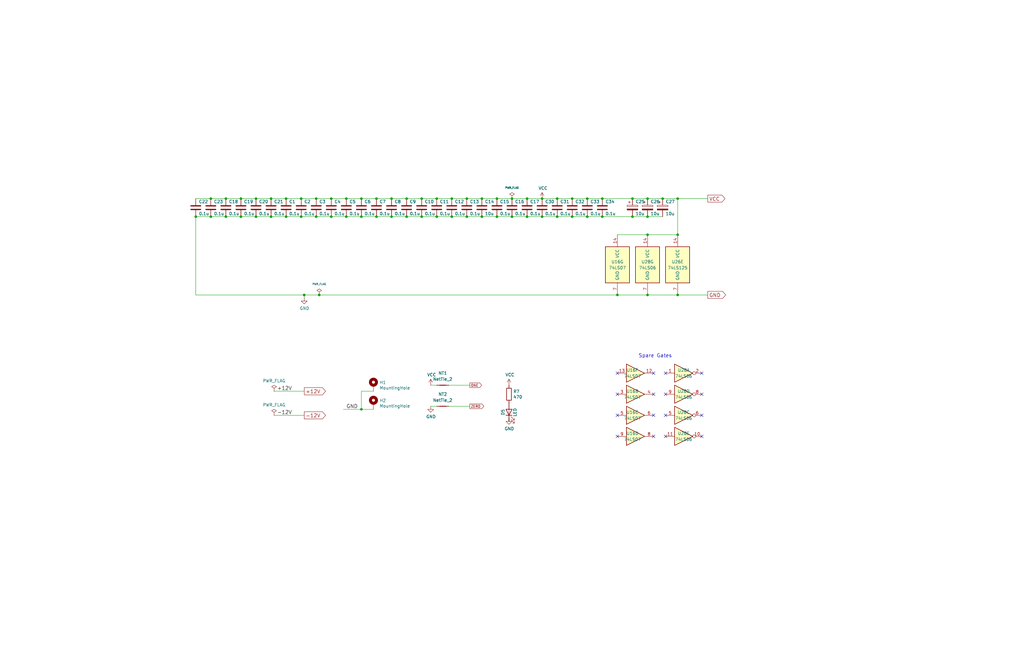
<source format=kicad_sch>
(kicad_sch (version 20211123) (generator eeschema)
  (paper "B")
  (lib_symbols
    (symbol "74xx:74LS06" (pin_names (offset 1.016))
      (property "Reference" "U" (at 0 1.27 0))
      (property "Value" "74LS06" (at 0 -1.27 0))
      (symbol "74LS06_1_0"
        (polyline (pts (xy -3.81 3.81) (xy -3.81 -3.81) (xy 3.81 0) (xy -3.81 3.81)) (stroke (width 0.254)) (fill (type background)))
        (pin input line (at -7.62 0 0) (length 3.81) (name "~") (number "1"))
        (pin open_collector inverted (at 7.62 0 180) (length 3.81) (name "~") (number "2"))
      )
      (symbol "74LS06_2_0"
        (polyline (pts (xy -3.81 3.81) (xy -3.81 -3.81) (xy 3.81 0) (xy -3.81 3.81)) (stroke (width 0.254)) (fill (type background)))
        (pin input line (at -7.62 0 0) (length 3.81) (name "~") (number "3"))
        (pin open_collector inverted (at 7.62 0 180) (length 3.81) (name "~") (number "4"))
      )
      (symbol "74LS06_3_0"
        (polyline (pts (xy -3.81 3.81) (xy -3.81 -3.81) (xy 3.81 0) (xy -3.81 3.81)) (stroke (width 0.254)) (fill (type background)))
        (pin input line (at -7.62 0 0) (length 3.81) (name "~") (number "5"))
        (pin open_collector inverted (at 7.62 0 180) (length 3.81) (name "~") (number "6"))
      )
      (symbol "74LS06_4_0"
        (polyline (pts (xy -3.81 3.81) (xy -3.81 -3.81) (xy 3.81 0) (xy -3.81 3.81)) (stroke (width 0.254)) (fill (type background)))
        (pin open_collector inverted (at 7.62 0 180) (length 3.81) (name "~") (number "8"))
        (pin input line (at -7.62 0 0) (length 3.81) (name "~") (number "9"))
      )
      (symbol "74LS06_5_0"
        (polyline (pts (xy -3.81 3.81) (xy -3.81 -3.81) (xy 3.81 0) (xy -3.81 3.81)) (stroke (width 0.254)) (fill (type background)))
        (pin open_collector inverted (at 7.62 0 180) (length 3.81) (name "~") (number "10"))
        (pin input line (at -7.62 0 0) (length 3.81) (name "~") (number "11"))
      )
      (symbol "74LS06_6_0"
        (polyline (pts (xy -3.81 3.81) (xy -3.81 -3.81) (xy 3.81 0) (xy -3.81 3.81)) (stroke (width 0.254)) (fill (type background)))
        (pin open_collector inverted (at 7.62 0 180) (length 3.81) (name "~") (number "12"))
        (pin input line (at -7.62 0 0) (length 3.81) (name "~") (number "13"))
      )
      (symbol "74LS06_7_0"
        (pin power_in line (at 0 12.7 270) (length 5.08) (name "VCC") (number "14"))
        (pin power_in line (at 0 -12.7 90) (length 5.08) (name "GND") (number "7"))
      )
      (symbol "74LS06_7_1"
        (rectangle (start -5.08 7.62) (end 5.08 -7.62) (stroke (width 0.254)) (fill (type background)))
      )
    )
    (symbol "74xx:74LS07" (pin_names (offset 1.016))
      (property "Reference" "U" (at 0 1.27 0))
      (property "Value" "74LS07" (at 0 -1.27 0))
      (symbol "74LS07_1_0"
        (polyline (pts (xy -3.81 3.81) (xy -3.81 -3.81) (xy 3.81 0) (xy -3.81 3.81)) (stroke (width 0.254)) (fill (type background)))
        (pin input line (at -7.62 0 0) (length 3.81) (name "~") (number "1"))
        (pin open_collector line (at 7.62 0 180) (length 3.81) (name "~") (number "2"))
      )
      (symbol "74LS07_2_0"
        (polyline (pts (xy -3.81 3.81) (xy -3.81 -3.81) (xy 3.81 0) (xy -3.81 3.81)) (stroke (width 0.254)) (fill (type background)))
        (pin input line (at -7.62 0 0) (length 3.81) (name "~") (number "3"))
        (pin open_collector line (at 7.62 0 180) (length 3.81) (name "~") (number "4"))
      )
      (symbol "74LS07_3_0"
        (polyline (pts (xy -3.81 3.81) (xy -3.81 -3.81) (xy 3.81 0) (xy -3.81 3.81)) (stroke (width 0.254)) (fill (type background)))
        (pin input line (at -7.62 0 0) (length 3.81) (name "~") (number "5"))
        (pin open_collector line (at 7.62 0 180) (length 3.81) (name "~") (number "6"))
      )
      (symbol "74LS07_4_0"
        (polyline (pts (xy -3.81 3.81) (xy -3.81 -3.81) (xy 3.81 0) (xy -3.81 3.81)) (stroke (width 0.254)) (fill (type background)))
        (pin open_collector line (at 7.62 0 180) (length 3.81) (name "~") (number "8"))
        (pin input line (at -7.62 0 0) (length 3.81) (name "~") (number "9"))
      )
      (symbol "74LS07_5_0"
        (polyline (pts (xy -3.81 3.81) (xy -3.81 -3.81) (xy 3.81 0) (xy -3.81 3.81)) (stroke (width 0.254)) (fill (type background)))
        (pin open_collector line (at 7.62 0 180) (length 3.81) (name "~") (number "10"))
        (pin input line (at -7.62 0 0) (length 3.81) (name "~") (number "11"))
      )
      (symbol "74LS07_6_0"
        (polyline (pts (xy -3.81 3.81) (xy -3.81 -3.81) (xy 3.81 0) (xy -3.81 3.81)) (stroke (width 0.254)) (fill (type background)))
        (pin open_collector line (at 7.62 0 180) (length 3.81) (name "~") (number "12"))
        (pin input line (at -7.62 0 0) (length 3.81) (name "~") (number "13"))
      )
      (symbol "74LS07_7_0"
        (pin power_in line (at 0 12.7 270) (length 5.08) (name "VCC") (number "14"))
        (pin power_in line (at 0 -12.7 90) (length 5.08) (name "GND") (number "7"))
      )
      (symbol "74LS07_7_1"
        (rectangle (start -5.08 7.62) (end 5.08 -7.62) (stroke (width 0.254)) (fill (type background)))
      )
    )
    (symbol "74xx:74LS125" (pin_names (offset 1.016))
      (property "Reference" "U" (at 0 1.27 0))
      (property "Value" "74LS125" (at 0 -1.27 0))
      (symbol "74LS125_1_0"
        (polyline (pts (xy -3.81 3.81) (xy -3.81 -3.81) (xy 3.81 0) (xy -3.81 3.81)) (stroke (width 0.254)) (fill (type background)))
        (pin input inverted (at 0 -6.35 90) (length 4.445) (name "~") (number "1"))
        (pin input line (at -7.62 0 0) (length 3.81) (name "~") (number "2"))
        (pin tri_state line (at 7.62 0 180) (length 3.81) (name "~") (number "3"))
      )
      (symbol "74LS125_2_0"
        (polyline (pts (xy -3.81 3.81) (xy -3.81 -3.81) (xy 3.81 0) (xy -3.81 3.81)) (stroke (width 0.254)) (fill (type background)))
        (pin input inverted (at 0 -6.35 90) (length 4.445) (name "~") (number "4"))
        (pin input line (at -7.62 0 0) (length 3.81) (name "~") (number "5"))
        (pin tri_state line (at 7.62 0 180) (length 3.81) (name "~") (number "6"))
      )
      (symbol "74LS125_3_0"
        (polyline (pts (xy -3.81 3.81) (xy -3.81 -3.81) (xy 3.81 0) (xy -3.81 3.81)) (stroke (width 0.254)) (fill (type background)))
        (pin input inverted (at 0 -6.35 90) (length 4.445) (name "~") (number "10"))
        (pin tri_state line (at 7.62 0 180) (length 3.81) (name "~") (number "8"))
        (pin input line (at -7.62 0 0) (length 3.81) (name "~") (number "9"))
      )
      (symbol "74LS125_4_0"
        (polyline (pts (xy -3.81 3.81) (xy -3.81 -3.81) (xy 3.81 0) (xy -3.81 3.81)) (stroke (width 0.254)) (fill (type background)))
        (pin tri_state line (at 7.62 0 180) (length 3.81) (name "~") (number "11"))
        (pin input line (at -7.62 0 0) (length 3.81) (name "~") (number "12"))
        (pin input inverted (at 0 -6.35 90) (length 4.445) (name "~") (number "13"))
      )
      (symbol "74LS125_5_0"
        (pin power_in line (at 0 12.7 270) (length 5.08) (name "VCC") (number "14"))
        (pin power_in line (at 0 -12.7 90) (length 5.08) (name "GND") (number "7"))
      )
      (symbol "74LS125_5_1"
        (rectangle (start -5.08 7.62) (end 5.08 -7.62) (stroke (width 0.254)) (fill (type background)))
      )
    )
    (symbol "Device:C" (pin_numbers hide) (pin_names (offset 0.254))
      (property "Reference" "C" (at 0.635 2.54 0))
      (property "Value" "C" (at 0.635 -2.54 0))
      (symbol "C_0_1"
        (polyline (pts (xy -2.032 -0.762) (xy 2.032 -0.762)) (stroke (width 0.508)))
        (polyline (pts (xy -2.032 0.762) (xy 2.032 0.762)) (stroke (width 0.508)))
      )
      (symbol "C_1_1"
        (pin passive line (at 0 3.81 270) (length 2.794) (name "~") (number "1"))
        (pin passive line (at 0 -3.81 90) (length 2.794) (name "~") (number "2"))
      )
    )
    (symbol "Device:C_Polarized" (pin_numbers hide) (pin_names (offset 0.254))
      (property "Reference" "C" (at 0.635 2.54 0))
      (property "Value" "C_Polarized" (at 0.635 -2.54 0))
      (symbol "C_Polarized_0_1"
        (rectangle (start -2.286 0.508) (end 2.286 1.016))
        (polyline (pts (xy -1.778 2.286) (xy -0.762 2.286)))
        (polyline (pts (xy -1.27 2.794) (xy -1.27 1.778)))
        (rectangle (start 2.286 -0.508) (end -2.286 -1.016) (fill (type outline)))
      )
      (symbol "C_Polarized_1_1"
        (pin passive line (at 0 3.81 270) (length 2.794) (name "~") (number "1"))
        (pin passive line (at 0 -3.81 90) (length 2.794) (name "~") (number "2"))
      )
    )
    (symbol "Device:LED" (pin_numbers hide) (pin_names (offset 1.016) hide)
      (property "Reference" "D" (at 0 2.54 0))
      (property "Value" "LED" (at 0 -2.54 0))
      (symbol "LED_0_1"
        (polyline (pts (xy -1.27 -1.27) (xy -1.27 1.27)) (stroke (width 0.254)))
        (polyline (pts (xy -1.27 0) (xy 1.27 0)))
        (polyline (pts (xy 1.27 -1.27) (xy 1.27 1.27) (xy -1.27 0) (xy 1.27 -1.27)) (stroke (width 0.254)))
        (polyline (pts (xy -3.048 -0.762) (xy -4.572 -2.286) (xy -3.81 -2.286) (xy -4.572 -2.286) (xy -4.572 -1.524)))
        (polyline (pts (xy -1.778 -0.762) (xy -3.302 -2.286) (xy -2.54 -2.286) (xy -3.302 -2.286) (xy -3.302 -1.524)))
      )
      (symbol "LED_1_1"
        (pin passive line (at -3.81 0 0) (length 2.54) (name "K") (number "1"))
        (pin passive line (at 3.81 0 180) (length 2.54) (name "A") (number "2"))
      )
    )
    (symbol "Device:NetTie_2" (pin_numbers hide) (pin_names (offset 0) hide) (in_bom no)
      (property "Reference" "NT" (at 0 1.27 0))
      (property "Value" "NetTie_2" (at 0 -1.27 0))
      (symbol "NetTie_2_0_1"
        (polyline (pts (xy -1.27 0) (xy 1.27 0)) (stroke (width 0.254)))
      )
      (symbol "NetTie_2_1_1"
        (pin passive line (at -2.54 0 0) (length 2.54) (name "1") (number "1"))
        (pin passive line (at 2.54 0 180) (length 2.54) (name "2") (number "2"))
      )
    )
    (symbol "Device:R" (pin_numbers hide) (pin_names (offset 0))
      (property "Reference" "R" (at 2.032 0 90))
      (property "Value" "R" (at 0 0 90))
      (symbol "R_0_1"
        (rectangle (start -1.016 -2.54) (end 1.016 2.54) (stroke (width 0.254)))
      )
      (symbol "R_1_1"
        (pin passive line (at 0 3.81 270) (length 1.27) (name "~") (number "1"))
        (pin passive line (at 0 -3.81 90) (length 1.27) (name "~") (number "2"))
      )
    )
    (symbol "Mechanical:MountingHole_Pad" (pin_numbers hide) (pin_names (offset 1.016) hide)
      (property "Reference" "H" (at 0 6.35 0))
      (property "Value" "MountingHole_Pad" (at 0 4.445 0))
      (symbol "MountingHole_Pad_0_1"
        (circle (center 0 1.27) (radius 1.27) (stroke (width 1.27)))
      )
      (symbol "MountingHole_Pad_1_1"
        (pin input line (at 0 -2.54 90) (length 2.54) (name "1") (number "1"))
      )
    )
    (symbol "power:GND" (power) (pin_names (offset 0))
      (property "Value" "GND" (at 0 -3.81 0))
      (symbol "GND_0_1"
        (polyline (pts (xy 0 0) (xy 0 -1.27) (xy 1.27 -1.27) (xy 0 -2.54) (xy -1.27 -1.27) (xy 0 -1.27)))
      )
      (symbol "GND_1_1"
        (pin power_in line (at 0 0 270) (length 0) hide (name "GND") (number "1"))
      )
    )
    (symbol "power:PWR_FLAG" (power) (pin_numbers hide) (pin_names (offset 0) hide)
      (property "Value" "PWR_FLAG" (at 0 3.81 0))
      (symbol "PWR_FLAG_0_0"
        (pin power_out line (at 0 0 90) (length 0) (name "pwr") (number "1"))
      )
      (symbol "PWR_FLAG_0_1"
        (polyline (pts (xy 0 0) (xy 0 1.27) (xy -1.016 1.905) (xy 0 2.54) (xy 1.016 1.905) (xy 0 1.27)))
      )
    )
    (symbol "power:VCC" (power) (pin_names (offset 0))
      (property "Value" "VCC" (at 0 3.81 0))
      (symbol "VCC_0_1"
        (polyline (pts (xy -0.762 1.27) (xy 0 2.54)))
        (polyline (pts (xy 0 0) (xy 0 2.54)))
        (polyline (pts (xy 0 2.54) (xy 0.762 1.27)))
      )
      (symbol "VCC_1_1"
        (pin power_in line (at 0 0 90) (length 0) hide (name "VCC") (number "1"))
      )
    )
  )
  (junction (at 177.8 91.44))
  (junction (at 101.6 91.44))
  (junction (at 285.75 83.82))
  (junction (at 260.35 124.46))
  (junction (at 152.4 91.44))
  (junction (at 190.5 91.44))
  (junction (at 133.35 83.82))
  (junction (at 209.55 83.82))
  (junction (at 266.7 91.44))
  (junction (at 171.45 91.44))
  (junction (at 215.9 83.82))
  (junction (at 127 83.82))
  (junction (at 228.6 91.44))
  (junction (at 247.65 91.44))
  (junction (at 254 83.82))
  (junction (at 254 91.44))
  (junction (at 203.2 91.44))
  (junction (at 128.27 124.46))
  (junction (at 273.05 99.06))
  (junction (at 127 91.44))
  (junction (at 285.75 99.06))
  (junction (at 120.65 91.44))
  (junction (at 273.05 91.44))
  (junction (at 203.2 83.82))
  (junction (at 107.95 83.82))
  (junction (at 88.9 83.82))
  (junction (at 184.15 83.82))
  (junction (at 266.7 83.82))
  (junction (at 279.4 83.82))
  (junction (at 196.85 83.82))
  (junction (at 273.05 124.46))
  (junction (at 114.3 91.44))
  (junction (at 120.65 83.82))
  (junction (at 158.75 83.82))
  (junction (at 165.1 83.82))
  (junction (at 184.15 91.44))
  (junction (at 152.4 83.82))
  (junction (at 82.55 91.44))
  (junction (at 222.25 91.44))
  (junction (at 215.9 91.44))
  (junction (at 285.75 124.46))
  (junction (at 273.05 83.82))
  (junction (at 101.6 83.82))
  (junction (at 171.45 83.82))
  (junction (at 95.25 91.44))
  (junction (at 165.1 91.44))
  (junction (at 88.9 91.44))
  (junction (at 177.8 83.82))
  (junction (at 247.65 83.82))
  (junction (at 158.75 91.44))
  (junction (at 146.05 83.82))
  (junction (at 146.05 91.44))
  (junction (at 228.6 83.82))
  (junction (at 95.25 83.82))
  (junction (at 139.7 91.44))
  (junction (at 234.95 83.82))
  (junction (at 222.25 83.82))
  (junction (at 133.35 91.44))
  (junction (at 114.3 83.82))
  (junction (at 241.3 91.44))
  (junction (at 209.55 91.44))
  (junction (at 134.62 124.46))
  (junction (at 190.5 83.82))
  (junction (at 241.3 83.82))
  (junction (at 107.95 91.44))
  (junction (at 234.95 91.44))
  (junction (at 152.4 172.72))
  (junction (at 139.7 83.82))
  (junction (at 196.85 91.44))
  (no_connect (at 295.91 175.26))
  (no_connect (at 275.59 175.26))
  (no_connect (at 260.35 166.37))
  (no_connect (at 280.67 175.26))
  (no_connect (at 275.59 166.37))
  (no_connect (at 275.59 184.15))
  (no_connect (at 260.35 175.26))
  (no_connect (at 260.35 184.15))
  (no_connect (at 280.67 166.37))
  (no_connect (at 295.91 166.37))
  (no_connect (at 280.67 157.48))
  (no_connect (at 280.67 184.15))
  (no_connect (at 295.91 157.48))
  (no_connect (at 260.35 157.48))
  (no_connect (at 295.91 184.15))
  (no_connect (at 275.59 157.48))
  (wire (pts (xy 82.55 91.44) (xy 82.55 124.46)))
  (wire (pts (xy 95.25 91.44) (xy 101.6 91.44)))
  (wire (pts (xy 171.45 83.82) (xy 177.8 83.82)))
  (wire (pts (xy 157.48 165.1) (xy 152.4 165.1)))
  (wire (pts (xy 95.25 91.44) (xy 88.9 91.44)))
  (wire (pts (xy 120.65 83.82) (xy 127 83.82)))
  (wire (pts (xy 266.7 83.82) (xy 273.05 83.82)))
  (wire (pts (xy 234.95 91.44) (xy 241.3 91.44)))
  (wire (pts (xy 181.61 171.45) (xy 184.15 171.45)))
  (wire (pts (xy 184.15 91.44) (xy 190.5 91.44)))
  (wire (pts (xy 107.95 83.82) (xy 101.6 83.82)))
  (wire (pts (xy 157.48 172.72) (xy 152.4 172.72)))
  (wire (pts (xy 189.23 171.45) (xy 198.12 171.45)))
  (wire (pts (xy 215.9 91.44) (xy 222.25 91.44)))
  (wire (pts (xy 285.75 99.06) (xy 285.75 83.82)))
  (wire (pts (xy 189.23 162.56) (xy 198.12 162.56)))
  (wire (pts (xy 107.95 91.44) (xy 114.3 91.44)))
  (wire (pts (xy 196.85 91.44) (xy 203.2 91.44)))
  (wire (pts (xy 128.27 124.46) (xy 128.27 125.73)))
  (wire (pts (xy 158.75 91.44) (xy 165.1 91.44)))
  (wire (pts (xy 82.55 83.82) (xy 88.9 83.82)))
  (wire (pts (xy 228.6 83.82) (xy 234.95 83.82)))
  (wire (pts (xy 241.3 83.82) (xy 247.65 83.82)))
  (wire (pts (xy 101.6 91.44) (xy 107.95 91.44)))
  (wire (pts (xy 171.45 91.44) (xy 177.8 91.44)))
  (wire (pts (xy 222.25 91.44) (xy 228.6 91.44)))
  (wire (pts (xy 209.55 83.82) (xy 215.9 83.82)))
  (wire (pts (xy 152.4 83.82) (xy 158.75 83.82)))
  (wire (pts (xy 165.1 83.82) (xy 171.45 83.82)))
  (wire (pts (xy 152.4 172.72) (xy 144.78 172.72)))
  (wire (pts (xy 120.65 83.82) (xy 114.3 83.82)))
  (wire (pts (xy 260.35 124.46) (xy 273.05 124.46)))
  (wire (pts (xy 184.15 83.82) (xy 190.5 83.82)))
  (wire (pts (xy 133.35 83.82) (xy 139.7 83.82)))
  (wire (pts (xy 190.5 83.82) (xy 196.85 83.82)))
  (wire (pts (xy 181.61 162.56) (xy 184.15 162.56)))
  (wire (pts (xy 273.05 124.46) (xy 285.75 124.46)))
  (wire (pts (xy 152.4 165.1) (xy 152.4 172.72)))
  (wire (pts (xy 190.5 91.44) (xy 196.85 91.44)))
  (wire (pts (xy 222.25 83.82) (xy 228.6 83.82)))
  (wire (pts (xy 196.85 83.82) (xy 203.2 83.82)))
  (wire (pts (xy 146.05 83.82) (xy 152.4 83.82)))
  (wire (pts (xy 101.6 83.82) (xy 95.25 83.82)))
  (wire (pts (xy 266.7 91.44) (xy 273.05 91.44)))
  (wire (pts (xy 273.05 91.44) (xy 279.4 91.44)))
  (wire (pts (xy 127 91.44) (xy 133.35 91.44)))
  (wire (pts (xy 177.8 83.82) (xy 184.15 83.82)))
  (wire (pts (xy 88.9 91.44) (xy 82.55 91.44)))
  (wire (pts (xy 260.35 99.06) (xy 273.05 99.06)))
  (wire (pts (xy 203.2 91.44) (xy 209.55 91.44)))
  (wire (pts (xy 115.57 165.1) (xy 128.27 165.1)))
  (wire (pts (xy 234.95 83.82) (xy 241.3 83.82)))
  (wire (pts (xy 134.62 124.46) (xy 260.35 124.46)))
  (wire (pts (xy 139.7 83.82) (xy 146.05 83.82)))
  (wire (pts (xy 285.75 83.82) (xy 298.45 83.82)))
  (wire (pts (xy 177.8 91.44) (xy 184.15 91.44)))
  (wire (pts (xy 247.65 91.44) (xy 254 91.44)))
  (wire (pts (xy 254 91.44) (xy 266.7 91.44)))
  (wire (pts (xy 115.57 175.26) (xy 128.27 175.26)))
  (wire (pts (xy 146.05 91.44) (xy 152.4 91.44)))
  (wire (pts (xy 152.4 91.44) (xy 158.75 91.44)))
  (wire (pts (xy 88.9 83.82) (xy 95.25 83.82)))
  (wire (pts (xy 203.2 83.82) (xy 209.55 83.82)))
  (wire (pts (xy 228.6 91.44) (xy 234.95 91.44)))
  (wire (pts (xy 279.4 83.82) (xy 285.75 83.82)))
  (wire (pts (xy 82.55 124.46) (xy 128.27 124.46)))
  (wire (pts (xy 285.75 124.46) (xy 298.45 124.46)))
  (wire (pts (xy 215.9 83.82) (xy 222.25 83.82)))
  (wire (pts (xy 247.65 83.82) (xy 254 83.82)))
  (wire (pts (xy 120.65 91.44) (xy 127 91.44)))
  (wire (pts (xy 128.27 124.46) (xy 134.62 124.46)))
  (wire (pts (xy 127 83.82) (xy 133.35 83.82)))
  (wire (pts (xy 139.7 91.44) (xy 146.05 91.44)))
  (wire (pts (xy 165.1 91.44) (xy 171.45 91.44)))
  (wire (pts (xy 214.63 177.8) (xy 214.63 176.53)))
  (wire (pts (xy 133.35 91.44) (xy 139.7 91.44)))
  (wire (pts (xy 273.05 99.06) (xy 285.75 99.06)))
  (wire (pts (xy 114.3 91.44) (xy 120.65 91.44)))
  (wire (pts (xy 114.3 83.82) (xy 107.95 83.82)))
  (wire (pts (xy 273.05 83.82) (xy 279.4 83.82)))
  (wire (pts (xy 209.55 91.44) (xy 215.9 91.44)))
  (wire (pts (xy 158.75 83.82) (xy 165.1 83.82)))
  (wire (pts (xy 241.3 91.44) (xy 247.65 91.44)))
  (wire (pts (xy 254 83.82) (xy 266.7 83.82)))
  (text "Spare Gates" (at 269.24 151.13 0) (effects (font (size 1.524 1.524)) (justify left bottom)))
  (label "GND" (at 146.05 172.72 0) (effects (font (size 1.524 1.524))))
  (label "-12V" (at 116.84 175.26 0) (effects (font (size 1.524 1.524))))
  (label "+12V" (at 116.84 165.1 0) (effects (font (size 1.524 1.524))))
  (global_label "VCC" (shape output) (at 298.45 83.82 0) (effects (font (size 1.524 1.524))) (property "Intersheet References" "${INTERSHEET_REFS}" (effects hide)))
  (global_label "GND" (shape output) (at 298.45 124.46 0) (effects (font (size 1.524 1.524))) (property "Intersheet References" "${INTERSHEET_REFS}" (effects hide)))
  (global_label "ONE" (shape output) (at 198.12 162.56 0) (effects (font (size 1.016 1.016))) (property "Intersheet References" "${INTERSHEET_REFS}" (effects hide)))
  (global_label "ZERO" (shape output) (at 198.12 171.45 0) (effects (font (size 1.016 1.016))) (property "Intersheet References" "${INTERSHEET_REFS}" (effects hide)))
  (global_label "+12V" (shape output) (at 128.27 165.1 0) (effects (font (size 1.524 1.524))) (property "Intersheet References" "${INTERSHEET_REFS}" (effects hide)))
  (global_label "-12V" (shape output) (at 128.27 175.26 0) (effects (font (size 1.524 1.524))) (property "Intersheet References" "${INTERSHEET_REFS}" (effects hide)))
  (symbol (lib_id "Device:C") (at 139.7 87.63 0) (unit 1)
    (property "Reference" "C4" (at 140.97 85.09 0) (effects (justify left)))
    (property "Value" "0.1u" (at 140.97 90.17 0) (effects (justify left)))
    (property "Footprint" "Capacitor_THT:C_Disc_D5.0mm_W2.5mm_P5.00mm" (effects hide))
  )
  (symbol (lib_id "Device:C") (at 146.05 87.63 0) (unit 1)
    (property "Reference" "C5" (at 147.32 85.09 0) (effects (justify left)))
    (property "Value" "0.1u" (at 147.32 90.17 0) (effects (justify left)))
    (property "Footprint" "Capacitor_THT:C_Disc_D5.0mm_W2.5mm_P5.00mm" (effects hide))
  )
  (symbol (lib_id "74xx:74LS06") (at 288.29 157.48 0) (unit 1)
    (property "Reference" "U28" (at 288.29 156.21 0))
    (property "Value" "74LS06" (at 288.29 158.75 0))
    (property "Footprint" "Package_DIP:DIP-14_W7.62mm" (effects hide))
    (property "Datasheet" "http://www.ti.com/lit/gpn/sn74LS06" (effects hide))
  )
  (symbol (lib_id "74xx:74LS125") (at 285.75 111.76 0) (unit 5)
    (property "Reference" "U26" (at 285.75 110.49 0))
    (property "Value" "74LS125" (at 285.75 113.03 0))
    (property "Footprint" "Package_DIP:DIP-14_W7.62mm" (effects hide))
    (property "Datasheet" "http://www.ti.com/lit/gpn/sn74LS125" (effects hide))
  )
  (symbol (lib_id "Device:C") (at 165.1 87.63 0) (unit 1)
    (property "Reference" "C8" (at 166.37 85.09 0) (effects (justify left)))
    (property "Value" "0.1u" (at 166.37 90.17 0) (effects (justify left)))
    (property "Footprint" "Capacitor_THT:C_Disc_D5.0mm_W2.5mm_P5.00mm" (effects hide))
  )
  (symbol (lib_id "Device:C") (at 190.5 87.63 0) (unit 1)
    (property "Reference" "C12" (at 191.77 85.09 0) (effects (justify left)))
    (property "Value" "0.1u" (at 191.77 90.17 0) (effects (justify left)))
    (property "Footprint" "Capacitor_THT:C_Disc_D5.0mm_W2.5mm_P5.00mm" (effects hide))
  )
  (symbol (lib_id "power:VCC") (at 214.63 162.56 0) (unit 1)
    (property "Reference" "#PWR0101" (effects hide))
    (property "Value" "VCC" (at 215.011 158.1658 0))
  )
  (symbol (lib_id "power:GND") (at 214.63 176.53 0) (unit 1)
    (property "Reference" "#PWR0102" (effects hide))
    (property "Value" "GND" (at 214.757 180.9242 0))
  )
  (symbol (lib_id "74xx:74LS07") (at 267.97 166.37 0) (unit 2)
    (property "Reference" "U16" (at 266.7 165.1 0))
    (property "Value" "74LS07" (at 266.7 167.64 0))
    (property "Footprint" "Package_DIP:DIP-14_W7.62mm" (effects hide))
    (property "Datasheet" "www.ti.com/lit/ds/symlink/sn74ls07.pdf" (effects hide))
  )
  (symbol (lib_id "74xx:74LS07") (at 267.97 175.26 0) (unit 3)
    (property "Reference" "U16" (at 266.7 173.99 0))
    (property "Value" "74LS07" (at 266.7 176.53 0))
    (property "Footprint" "Package_DIP:DIP-14_W7.62mm" (effects hide))
    (property "Datasheet" "www.ti.com/lit/ds/symlink/sn74ls07.pdf" (effects hide))
  )
  (symbol (lib_id "74xx:74LS07") (at 267.97 184.15 0) (unit 4)
    (property "Reference" "U16" (at 266.7 182.88 0))
    (property "Value" "74LS07" (at 266.7 185.42 0))
    (property "Footprint" "Package_DIP:DIP-14_W7.62mm" (effects hide))
    (property "Datasheet" "www.ti.com/lit/ds/symlink/sn74ls07.pdf" (effects hide))
  )
  (symbol (lib_id "Device:C") (at 82.55 87.63 0) (unit 1)
    (property "Reference" "C22" (at 83.82 85.09 0) (effects (justify left)))
    (property "Value" "0.1u" (at 83.82 90.17 0) (effects (justify left)))
    (property "Footprint" "Capacitor_THT:C_Disc_D5.0mm_W2.5mm_P5.00mm" (effects hide))
  )
  (symbol (lib_id "Device:C") (at 88.9 87.63 0) (unit 1)
    (property "Reference" "C23" (at 90.17 85.09 0) (effects (justify left)))
    (property "Value" "0.1u" (at 90.17 90.17 0) (effects (justify left)))
    (property "Footprint" "Capacitor_THT:C_Disc_D5.0mm_W2.5mm_P5.00mm" (effects hide))
  )
  (symbol (lib_id "Device:C") (at 95.25 87.63 0) (unit 1)
    (property "Reference" "C18" (at 96.52 85.09 0) (effects (justify left)))
    (property "Value" "0.1u" (at 96.52 90.17 0) (effects (justify left)))
    (property "Footprint" "Capacitor_THT:C_Disc_D5.0mm_W2.5mm_P5.00mm" (effects hide))
  )
  (symbol (lib_id "Device:C") (at 101.6 87.63 0) (unit 1)
    (property "Reference" "C19" (at 102.87 85.09 0) (effects (justify left)))
    (property "Value" "0.1u" (at 102.87 90.17 0) (effects (justify left)))
    (property "Footprint" "Capacitor_THT:C_Disc_D5.0mm_W2.5mm_P5.00mm" (effects hide))
  )
  (symbol (lib_id "Device:C") (at 107.95 87.63 0) (unit 1)
    (property "Reference" "C20" (at 109.22 85.09 0) (effects (justify left)))
    (property "Value" "0.1u" (at 109.22 90.17 0) (effects (justify left)))
    (property "Footprint" "Capacitor_THT:C_Disc_D5.0mm_W2.5mm_P5.00mm" (effects hide))
  )
  (symbol (lib_id "Device:C") (at 114.3 87.63 0) (unit 1)
    (property "Reference" "C21" (at 115.57 85.09 0) (effects (justify left)))
    (property "Value" "0.1u" (at 115.57 90.17 0) (effects (justify left)))
    (property "Footprint" "Capacitor_THT:C_Disc_D5.0mm_W2.5mm_P5.00mm" (effects hide))
  )
  (symbol (lib_id "Device:C_Polarized") (at 266.7 87.63 0) (unit 1)
    (property "Reference" "C25" (at 267.97 85.09 0) (effects (justify left)))
    (property "Value" "10u" (at 267.97 90.17 0) (effects (justify left)))
    (property "Footprint" "Capacitor_THT:CP_Radial_D5.0mm_P2.50mm" (effects hide))
  )
  (symbol (lib_id "Device:LED") (at 214.63 173.99 90) (unit 1)
    (property "Reference" "D5" (at 212.09 173.99 0))
    (property "Value" "LED" (at 217.17 173.99 0))
    (property "Footprint" "LED_THT:LED_D3.0mm_Horizontal_O3.81mm_Z2.0mm" (effects hide))
  )
  (symbol (lib_id "Device:C") (at 209.55 87.63 0) (unit 1)
    (property "Reference" "C15" (at 210.82 85.09 0) (effects (justify left)))
    (property "Value" "0.1u" (at 210.82 90.17 0) (effects (justify left)))
    (property "Footprint" "Capacitor_THT:C_Disc_D5.0mm_W2.5mm_P5.00mm" (effects hide))
  )
  (symbol (lib_id "74xx:74LS06") (at 288.29 175.26 0) (unit 3)
    (property "Reference" "U28" (at 288.29 173.99 0))
    (property "Value" "74LS06" (at 288.29 176.53 0))
    (property "Footprint" "Package_DIP:DIP-14_W7.62mm" (effects hide))
    (property "Datasheet" "http://www.ti.com/lit/gpn/sn74LS06" (effects hide))
  )
  (symbol (lib_id "74xx:74LS06") (at 288.29 166.37 0) (unit 4)
    (property "Reference" "U28" (at 288.29 165.1 0))
    (property "Value" "74LS06" (at 288.29 167.64 0))
    (property "Footprint" "Package_DIP:DIP-14_W7.62mm" (effects hide))
    (property "Datasheet" "http://www.ti.com/lit/gpn/sn74LS06" (effects hide))
  )
  (symbol (lib_id "74xx:74LS06") (at 288.29 184.15 0) (unit 5)
    (property "Reference" "U28" (at 288.29 182.88 0))
    (property "Value" "74LS06" (at 288.29 185.42 0))
    (property "Footprint" "Package_DIP:DIP-14_W7.62mm" (effects hide))
    (property "Datasheet" "http://www.ti.com/lit/gpn/sn74LS06" (effects hide))
  )
  (symbol (lib_id "74xx:74LS06") (at 273.05 111.76 0) (unit 7)
    (property "Reference" "U28" (at 273.05 110.49 0))
    (property "Value" "74LS06" (at 273.05 113.03 0))
    (property "Footprint" "Package_DIP:DIP-14_W7.62mm" (effects hide))
    (property "Datasheet" "http://www.ti.com/lit/gpn/sn74LS06" (effects hide))
  )
  (symbol (lib_id "Device:C") (at 196.85 87.63 0) (unit 1)
    (property "Reference" "C13" (at 198.12 85.09 0) (effects (justify left)))
    (property "Value" "0.1u" (at 198.12 90.17 0) (effects (justify left)))
    (property "Footprint" "Capacitor_THT:C_Disc_D5.0mm_W2.5mm_P5.00mm" (effects hide))
  )
  (symbol (lib_id "power:PWR_FLAG") (at 115.57 165.1 0) (unit 1)
    (property "Reference" "#FLG04" (effects hide))
    (property "Value" "PWR_FLAG" (at 115.57 160.7058 0))
  )
  (symbol (lib_id "power:PWR_FLAG") (at 115.57 175.26 0) (unit 1)
    (property "Reference" "#FLG05" (effects hide))
    (property "Value" "PWR_FLAG" (at 115.57 170.8658 0))
  )
  (symbol (lib_id "power:VCC") (at 228.6 83.82 0) (unit 1)
    (property "Reference" "#PWR040" (effects hide))
    (property "Value" "VCC" (at 228.981 79.4258 0))
  )
  (symbol (lib_id "Mechanical:MountingHole_Pad") (at 157.48 170.18 0) (unit 1)
    (property "Reference" "H2" (at 160.02 169.0116 0) (effects (justify left)))
    (property "Value" "MountingHole" (at 160.02 171.323 0) (effects (justify left)))
    (property "Footprint" "MountingHole:MountingHole_3.2mm_M3_Pad" (effects hide))
  )
  (symbol (lib_id "Device:C") (at 228.6 87.63 0) (unit 1)
    (property "Reference" "C30" (at 229.87 85.09 0) (effects (justify left)))
    (property "Value" "0.1u" (at 229.87 90.17 0) (effects (justify left)))
    (property "Footprint" "Capacitor_THT:C_Disc_D5.0mm_W2.5mm_P5.00mm" (effects hide))
  )
  (symbol (lib_id "Device:C") (at 234.95 87.63 0) (unit 1)
    (property "Reference" "C31" (at 236.22 85.09 0) (effects (justify left)))
    (property "Value" "0.1u" (at 236.22 90.17 0) (effects (justify left)))
    (property "Footprint" "Capacitor_THT:C_Disc_D5.0mm_W2.5mm_P5.00mm" (effects hide))
  )
  (symbol (lib_id "Device:C") (at 254 87.63 0) (unit 1)
    (property "Reference" "C34" (at 255.27 85.09 0) (effects (justify left)))
    (property "Value" "0.1u" (at 255.27 90.17 0) (effects (justify left)))
    (property "Footprint" "Capacitor_THT:C_Disc_D5.0mm_W2.5mm_P5.00mm" (effects hide))
  )
  (symbol (lib_id "power:PWR_FLAG") (at 134.62 124.46 0) (unit 1)
    (property "Reference" "#FLG06" (effects hide))
    (property "Value" "PWR_FLAG" (at 134.62 119.888 0) (effects (font (size 0.762 0.762))))
  )
  (symbol (lib_id "Mechanical:MountingHole_Pad") (at 157.48 162.56 0) (unit 1)
    (property "Reference" "H1" (at 160.02 161.3916 0) (effects (justify left)))
    (property "Value" "MountingHole" (at 160.02 163.703 0) (effects (justify left)))
    (property "Footprint" "MountingHole:MountingHole_3.2mm_M3_Pad" (effects hide))
  )
  (symbol (lib_id "Device:C") (at 120.65 87.63 0) (unit 1)
    (property "Reference" "C1" (at 121.92 85.09 0) (effects (justify left)))
    (property "Value" "0.1u" (at 121.92 90.17 0) (effects (justify left)))
    (property "Footprint" "Capacitor_THT:C_Disc_D5.0mm_W2.5mm_P5.00mm" (effects hide))
  )
  (symbol (lib_id "Device:C") (at 177.8 87.63 0) (unit 1)
    (property "Reference" "C10" (at 179.07 85.09 0) (effects (justify left)))
    (property "Value" "0.1u" (at 179.07 90.17 0) (effects (justify left)))
    (property "Footprint" "Capacitor_THT:C_Disc_D5.0mm_W2.5mm_P5.00mm" (effects hide))
  )
  (symbol (lib_id "Device:C") (at 184.15 87.63 0) (unit 1)
    (property "Reference" "C11" (at 185.42 85.09 0) (effects (justify left)))
    (property "Value" "0.1u" (at 185.42 90.17 0) (effects (justify left)))
    (property "Footprint" "Capacitor_THT:C_Disc_D5.0mm_W2.5mm_P5.00mm" (effects hide))
  )
  (symbol (lib_id "power:GND") (at 128.27 125.73 0) (unit 1)
    (property "Reference" "#PWR042" (effects hide))
    (property "Value" "GND" (at 128.397 130.1242 0))
  )
  (symbol (lib_id "74xx:74LS07") (at 260.35 111.76 0) (unit 7)
    (property "Reference" "U16" (at 260.35 110.49 0))
    (property "Value" "74LS07" (at 260.35 113.03 0))
    (property "Footprint" "Package_DIP:DIP-14_W7.62mm" (effects hide))
    (property "Datasheet" "www.ti.com/lit/ds/symlink/sn74ls07.pdf" (effects hide))
  )
  (symbol (lib_id "Device:R") (at 214.63 166.37 0) (unit 1)
    (property "Reference" "R7" (at 216.408 165.2016 0) (effects (justify left)))
    (property "Value" "470" (at 216.408 167.513 0) (effects (justify left)))
    (property "Footprint" "Resistor_THT:R_Axial_DIN0207_L6.3mm_D2.5mm_P7.62mm_Horizontal" (effects hide))
  )
  (symbol (lib_id "power:GND") (at 181.61 171.45 0) (unit 1)
    (property "Reference" "#PWR025" (effects hide))
    (property "Value" "GND" (at 181.737 175.8442 0))
  )
  (symbol (lib_id "power:VCC") (at 181.61 162.56 0) (unit 1)
    (property "Reference" "#PWR010" (effects hide))
    (property "Value" "VCC" (at 181.991 158.1658 0))
  )
  (symbol (lib_id "Device:C") (at 241.3 87.63 0) (unit 1)
    (property "Reference" "C32" (at 242.57 85.09 0) (effects (justify left)))
    (property "Value" "0.1u" (at 242.57 90.17 0) (effects (justify left)))
    (property "Footprint" "Capacitor_THT:C_Disc_D5.0mm_W2.5mm_P5.00mm" (effects hide))
  )
  (symbol (lib_id "Device:C") (at 247.65 87.63 0) (unit 1)
    (property "Reference" "C33" (at 248.92 85.09 0) (effects (justify left)))
    (property "Value" "0.1u" (at 248.92 90.17 0) (effects (justify left)))
    (property "Footprint" "Capacitor_THT:C_Disc_D5.0mm_W2.5mm_P5.00mm" (effects hide))
  )
  (symbol (lib_id "power:PWR_FLAG") (at 215.9 83.82 0) (unit 1)
    (property "Reference" "#FLG03" (effects hide))
    (property "Value" "PWR_FLAG" (at 215.9 79.248 0) (effects (font (size 0.762 0.762))))
  )
  (symbol (lib_id "Device:C") (at 158.75 87.63 0) (unit 1)
    (property "Reference" "C7" (at 160.02 85.09 0) (effects (justify left)))
    (property "Value" "0.1u" (at 160.02 90.17 0) (effects (justify left)))
    (property "Footprint" "Capacitor_THT:C_Disc_D5.0mm_W2.5mm_P5.00mm" (effects hide))
  )
  (symbol (lib_id "Device:C") (at 203.2 87.63 0) (unit 1)
    (property "Reference" "C14" (at 204.47 85.09 0) (effects (justify left)))
    (property "Value" "10u" (at 204.47 90.17 0) (effects (justify left)))
    (property "Footprint" "Capacitor_THT:CP_Radial_D5.0mm_P2.50mm" (effects hide))
  )
  (symbol (lib_id "Device:C_Polarized") (at 273.05 87.63 0) (unit 1)
    (property "Reference" "C26" (at 274.32 85.09 0) (effects (justify left)))
    (property "Value" "10u" (at 274.32 90.17 0) (effects (justify left)))
    (property "Footprint" "Capacitor_THT:CP_Radial_D5.0mm_P2.50mm" (effects hide))
  )
  (symbol (lib_id "Device:C") (at 215.9 87.63 0) (unit 1)
    (property "Reference" "C16" (at 217.17 85.09 0) (effects (justify left)))
    (property "Value" "0.1u" (at 217.17 90.17 0) (effects (justify left)))
    (property "Footprint" "Capacitor_THT:C_Disc_D5.0mm_W2.5mm_P5.00mm" (effects hide))
  )
  (symbol (lib_id "Device:C") (at 222.25 87.63 0) (unit 1)
    (property "Reference" "C17" (at 223.52 85.09 0) (effects (justify left)))
    (property "Value" "0.1u" (at 223.52 90.17 0) (effects (justify left)))
    (property "Footprint" "Capacitor_THT:C_Disc_D5.0mm_W2.5mm_P5.00mm" (effects hide))
  )
  (symbol (lib_id "Device:C") (at 152.4 87.63 0) (unit 1)
    (property "Reference" "C6" (at 153.67 85.09 0) (effects (justify left)))
    (property "Value" "0.1u" (at 153.67 90.17 0) (effects (justify left)))
    (property "Footprint" "Capacitor_THT:C_Disc_D5.0mm_W2.5mm_P5.00mm" (effects hide))
  )
  (symbol (lib_id "Device:C") (at 171.45 87.63 0) (unit 1)
    (property "Reference" "C9" (at 172.72 85.09 0) (effects (justify left)))
    (property "Value" "0.1u" (at 172.72 90.17 0) (effects (justify left)))
    (property "Footprint" "Capacitor_THT:C_Disc_D5.0mm_W2.5mm_P5.00mm" (effects hide))
  )
  (symbol (lib_id "74xx:74LS07") (at 267.97 157.48 0) (unit 6)
    (property "Reference" "U16" (at 266.7 156.21 0))
    (property "Value" "74LS07" (at 266.7 158.75 0))
    (property "Footprint" "Package_DIP:DIP-14_W7.62mm" (effects hide))
    (property "Datasheet" "www.ti.com/lit/ds/symlink/sn74ls07.pdf" (effects hide))
  )
  (symbol (lib_id "Device:C_Polarized") (at 279.4 87.63 0) (unit 1)
    (property "Reference" "C27" (at 280.67 85.09 0) (effects (justify left)))
    (property "Value" "10u" (at 280.67 90.17 0) (effects (justify left)))
    (property "Footprint" "Capacitor_THT:CP_Radial_D5.0mm_P2.50mm" (effects hide))
  )
  (symbol (lib_id "Device:C") (at 127 87.63 0) (unit 1)
    (property "Reference" "C2" (at 128.27 85.09 0) (effects (justify left)))
    (property "Value" "0.1u" (at 128.27 90.17 0) (effects (justify left)))
    (property "Footprint" "Capacitor_THT:C_Disc_D5.0mm_W2.5mm_P5.00mm" (effects hide))
  )
  (symbol (lib_id "Device:C") (at 133.35 87.63 0) (unit 1)
    (property "Reference" "C3" (at 134.62 85.09 0) (effects (justify left)))
    (property "Value" "0.1u" (at 134.62 90.17 0) (effects (justify left)))
    (property "Footprint" "Capacitor_THT:C_Disc_D5.0mm_W2.5mm_P5.00mm" (effects hide))
  )
  (symbol (lib_id "Device:NetTie_2") (at 186.69 171.45 0) (unit 1) (in_bom no)
    (property "Reference" "NT2" (at 186.69 166.37 0))
    (property "Value" "NetTie_2" (at 186.69 168.91 0))
    (property "Footprint" "NetTie:NetTie-2_THT_Pad0.3mm" (effects hide))
  )
  (symbol (lib_id "Device:NetTie_2") (at 186.69 162.56 0) (unit 1) (in_bom no)
    (property "Reference" "NT1" (at 186.69 157.48 0))
    (property "Value" "NetTie_2" (at 186.69 160.02 0))
    (property "Footprint" "NetTie:NetTie-2_THT_Pad0.3mm" (effects hide))
  )
)
</source>
